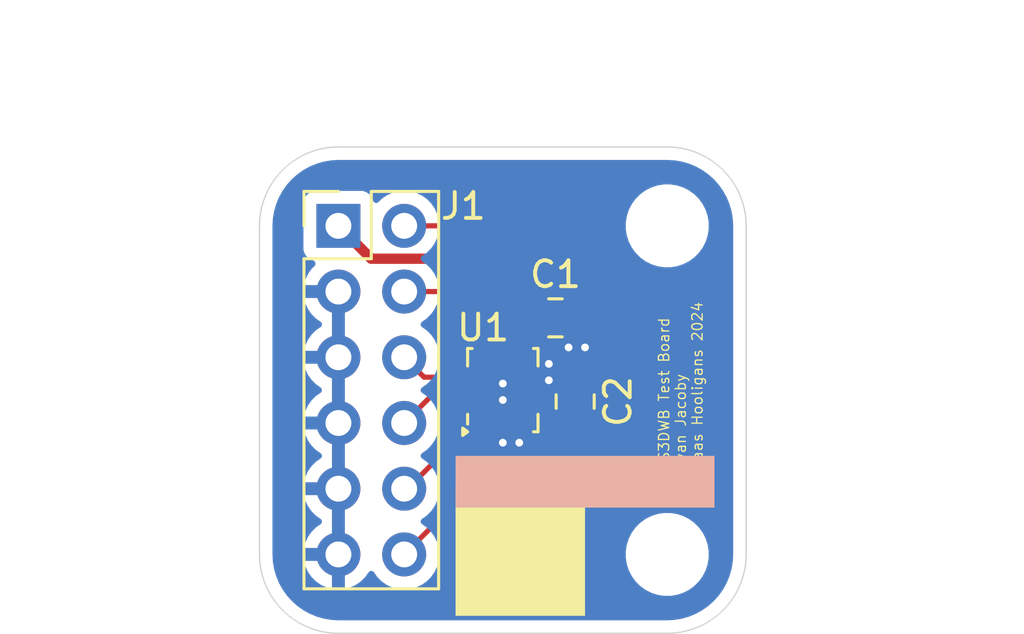
<source format=kicad_pcb>
(kicad_pcb (version 20240108) (generator "pcbnew") (generator_version "8.0")
  (layers (0 "F.Cu" signal) (31 "B.Cu" signal) (34 "B.Paste" user) (35 "F.Paste" user) (36 "B.SilkS" user "B.Silkscreen") (37 "F.SilkS" user "F.Silkscreen") (38 "B.Mask" user) (39 "F.Mask" user) (44 "Edge.Cuts" user))
  (net 0 "")
  (net 1 "GND")
  (net 2 "+3V3")
  (net 3 "SCK")
  (net 4 "SDI")
  (net 5 "INT1")
  (net 6 "SDO")
  (net 7 "INT2")
  (net 8 "CS")
  (footprint "MountingHole:MountingHole_2.7mm_M2.5" (layer "F.Cu") (at 160.02 101.6)
    (property "Reference" "H2" (hide yes))
    (property "Value" "MountingHole")
    (pad "" np_thru_hole circle (at 0 0) (size 2.7 2.7) (drill 2.7) (layers "*.Cu" "*.Mask"))
  )
  (footprint "MountingHole:MountingHole_2.7mm_M2.5" (layer "F.Cu") (at 160.02 88.9)
    (property "Reference" "H1" (hide yes))
    (property "Value" "MountingHole")
    (pad "" np_thru_hole circle (at 0 0) (size 2.7 2.7) (drill 2.7) (layers "*.Cu" "*.Mask"))
  )
  (footprint "Package_LGA:LGA-14_3x2.5mm_P0.5mm_LayoutBorder3x4y" (layer "F.Cu") (at 153.67 95.25 90)
    (property "Reference" "U1" (at 2.413 -0.762 180) (layer "F.SilkS"))
    (property "Value" "IIS3DWB")
    (fp_line (start 1.61 -1.36) (end 1.61 -1.185) (stroke (width 0.12)) (layer "F.SilkS"))
    (fp_line (start 0.935 -1.36) (end 1.61 -1.36) (stroke (width 0.12)) (layer "F.SilkS"))
    (fp_line (start -0.935 -1.36) (end -1.31 -1.36) (stroke (width 0.12)) (layer "F.SilkS"))
    (fp_line (start 1.61 1.36) (end 1.61 1.185) (stroke (width 0.12)) (layer "F.SilkS"))
    (fp_line (start 0.935 1.36) (end 1.61 1.36) (stroke (width 0.12)) (layer "F.SilkS"))
    (fp_line (start -0.935 1.36) (end -1.61 1.36) (stroke (width 0.12)) (layer "F.SilkS"))
    (fp_line (start -1.61 1.36) (end -1.61 1.185) (stroke (width 0.12)) (layer "F.SilkS"))
    (fp_poly (pts (xy -1.61 -1.36) (xy -1.75 -1.55) (xy -1.47 -1.55) (xy -1.61 -1.36)) (stroke (width 0.12)) (fill solid) (layer "F.SilkS"))
    (pad "1" smd roundrect (at -1.1625 -0.75 90) (size 0.625 0.35) (layers "F.Cu" "F.Paste" "F.Mask") (net 6 "SDO"))
    (pad "2" smd roundrect (at -1.1625 -0.25 90) (size 0.625 0.35) (layers "F.Cu" "F.Paste" "F.Mask") (net 1 "GND"))
    (pad "3" smd roundrect (at -1.1625 0.25 90) (size 0.625 0.35) (layers "F.Cu" "F.Paste" "F.Mask") (net 1 "GND"))
    (pad "4" smd roundrect (at -1.1625 0.75 90) (size 0.625 0.35) (layers "F.Cu" "F.Paste" "F.Mask") (net 5 "INT1"))
    (pad "5" smd roundrect (at -0.5 0.9125 90) (size 0.35 0.625) (layers "F.Cu" "F.Paste" "F.Mask") (net 2 "+3V3"))
    (pad "6" smd roundrect (at 0 0.9125 90) (size 0.35 0.625) (layers "F.Cu" "F.Paste" "F.Mask") (net 1 "GND"))
    (pad "7" smd roundrect (at 0.5 0.9125 90) (size 0.35 0.625) (layers "F.Cu" "F.Paste" "F.Mask") (net 1 "GND"))
    (pad "8" smd roundrect (at 1.1625 0.75 90) (size 0.625 0.35) (layers "F.Cu" "F.Paste" "F.Mask") (net 2 "+3V3"))
    (pad "9" smd roundrect (at 1.1625 0.25 90) (size 0.625 0.35) (layers "F.Cu" "F.Paste" "F.Mask") (net 7 "INT2"))
    (pad "10" smd roundrect (at 1.1625 -0.25 90) (size 0.625 0.35) (layers "F.Cu" "F.Paste" "F.Mask"))
    (pad "11" smd roundrect (at 1.1625 -0.75 90) (size 0.625 0.35) (layers "F.Cu" "F.Paste" "F.Mask"))
    (pad "12" smd roundrect (at 0.5 -0.9125 90) (size 0.35 0.625) (layers "F.Cu" "F.Paste" "F.Mask") (net 8 "CS"))
    (pad "13" smd roundrect (at 0 -0.9125 90) (size 0.35 0.625) (layers "F.Cu" "F.Paste" "F.Mask") (net 3 "SCK"))
    (pad "14" smd roundrect (at -0.5 -0.9125 90) (size 0.35 0.625) (layers "F.Cu" "F.Paste" "F.Mask") (net 4 "SDI"))
  )
  (footprint "Capacitor_SMD:C_0805_2012Metric" (layer "F.Cu") (at 156.464 95.692 90)
    (property "Reference" "C2" (at 0 1.651 90) (layer "F.SilkS"))
    (property "Value" "100n")
    (fp_line (start -0.261252 -0.735) (end 0.261252 -0.735) (stroke (width 0.12)) (layer "F.SilkS"))
    (fp_line (start -0.261252 0.735) (end 0.261252 0.735) (stroke (width 0.12)) (layer "F.SilkS"))
    (pad "1" smd roundrect (at -0.95 0 90) (size 1 1.45) (layers "F.Cu" "F.Paste" "F.Mask") (net 2 "+3V3"))
    (pad "2" smd roundrect (at 0.95 0 90) (size 1 1.45) (layers "F.Cu" "F.Paste" "F.Mask") (net 1 "GND"))
  )
  (footprint "Capacitor_SMD:C_0805_2012Metric" (layer "F.Cu") (at 155.702 92.456)
    (property "Reference" "C1" (at 0 -1.68 0) (layer "F.SilkS"))
    (property "Value" "100n")
    (fp_line (start -0.261252 -0.735) (end 0.261252 -0.735) (stroke (width 0.12)) (layer "F.SilkS"))
    (fp_line (start -0.261252 0.735) (end 0.261252 0.735) (stroke (width 0.12)) (layer "F.SilkS"))
    (pad "1" smd roundrect (at -0.95 0) (size 1 1.45) (layers "F.Cu" "F.Paste" "F.Mask") (net 2 "+3V3"))
    (pad "2" smd roundrect (at 0.95 0) (size 1 1.45) (layers "F.Cu" "F.Paste" "F.Mask") (net 1 "GND"))
  )
  (footprint "Connector_PinHeader_2.54mm:PinHeader_2x06_P2.54mm_Vertical" (layer "F.Cu") (at 147.32 88.9)
    (property "Reference" "J1" (at 4.826 -0.762 0) (layer "F.SilkS"))
    (property "Value" "2.45mm Pin header" (hide yes))
    (fp_line (start -1.33 -1.33) (end 0 -1.33) (stroke (width 0.12)) (layer "F.SilkS"))
    (fp_line (start -1.33 0) (end -1.33 -1.33) (stroke (width 0.12)) (layer "F.SilkS"))
    (fp_line (start -1.33 1.27) (end -1.33 14.03) (stroke (width 0.12)) (layer "F.SilkS"))
    (fp_line (start -1.33 1.27) (end 1.27 1.27) (stroke (width 0.12)) (layer "F.SilkS"))
    (fp_line (start -1.33 14.03) (end 3.87 14.03) (stroke (width 0.12)) (layer "F.SilkS"))
    (fp_line (start 1.27 -1.33) (end 3.87 -1.33) (stroke (width 0.12)) (layer "F.SilkS"))
    (fp_line (start 1.27 1.27) (end 1.27 -1.33) (stroke (width 0.12)) (layer "F.SilkS"))
    (fp_line (start 3.87 -1.33) (end 3.87 14.03) (stroke (width 0.12)) (layer "F.SilkS"))
    (pad "1" thru_hole rect (at 0 0) (size 1.7 1.7) (drill 1) (layers "*.Cu" "*.Mask") (net 2 "+3V3"))
    (pad "2" thru_hole oval (at 2.54 0) (size 1.7 1.7) (drill 1) (layers "*.Cu" "*.Mask") (net 5 "INT1"))
    (pad "3" thru_hole oval (at 0 2.54) (size 1.7 1.7) (drill 1) (layers "*.Cu" "*.Mask") (net 1 "GND"))
    (pad "4" thru_hole oval (at 2.54 2.54) (size 1.7 1.7) (drill 1) (layers "*.Cu" "*.Mask") (net 7 "INT2"))
    (pad "5" thru_hole oval (at 0 5.08) (size 1.7 1.7) (drill 1) (layers "*.Cu" "*.Mask") (net 1 "GND"))
    (pad "6" thru_hole oval (at 2.54 5.08) (size 1.7 1.7) (drill 1) (layers "*.Cu" "*.Mask") (net 8 "CS"))
    (pad "7" thru_hole oval (at 0 7.62) (size 1.7 1.7) (drill 1) (layers "*.Cu" "*.Mask") (net 1 "GND"))
    (pad "8" thru_hole oval (at 2.54 7.62) (size 1.7 1.7) (drill 1) (layers "*.Cu" "*.Mask") (net 3 "SCK"))
    (pad "9" thru_hole oval (at 0 10.16) (size 1.7 1.7) (drill 1) (layers "*.Cu" "*.Mask") (net 1 "GND"))
    (pad "10" thru_hole oval (at 2.54 10.16) (size 1.7 1.7) (drill 1) (layers "*.Cu" "*.Mask") (net 4 "SDI"))
    (pad "11" thru_hole oval (at 0 12.7) (size 1.7 1.7) (drill 1) (layers "*.Cu" "*.Mask") (net 1 "GND"))
    (pad "12" thru_hole oval (at 2.54 12.7) (size 1.7 1.7) (drill 1) (layers "*.Cu" "*.Mask") (net 6 "SDO"))
  )
  (gr_poly (pts (xy 154.305 94.361) (xy 154.305 91.44) (xy 155.575 91.44) (xy 155.575 93.472) (xy 154.559 93.853) (xy 154.559 94.361)) (stroke (width 0.2)) (fill solid) (layer "F.Cu") (net 2))
  (gr_poly (pts (xy 154.305 95.631) (xy 157.099 95.631) (xy 157.099 97.028) (xy 155.829 97.028) (xy 155.194 95.885) (xy 154.305 95.885)) (stroke (width 0.2)) (fill solid) (layer "F.Cu") (net 2))
  (gr_poly (pts (xy 153.416 94.742) (xy 153.416 97.536) (xy 154.559 97.536) (xy 154.559 97.028) (xy 153.924 97.028) (xy 153.924 95.25) (xy 157.099 95.25) (xy 157.099 91.821) (xy 155.956 91.821) (xy 155.956 93.726) (xy 154.94 94.107) (xy 154.94 94.742)) (stroke (width 0.2)) (fill solid) (layer "F.Cu") (net 1))
  (gr_rect (start 151.845 97.79) (end 161.845 99.79) (fill solid) (layer "B.SilkS"))
  (gr_rect (start 151.845 98.973) (end 156.845 103.973) (fill solid) (layer "F.SilkS"))
  (gr_line (start 163.068 101.6) (end 163.068 88.9) (stroke (width 0.05)) (layer "Edge.Cuts"))
  (gr_arc (start 144.272 88.9) (mid 145.164739 86.744739) (end 147.32 85.852) (stroke (width 0.05)) (layer "Edge.Cuts"))
  (gr_arc (start 147.32 104.648) (mid 145.164739 103.755261) (end 144.272 101.6) (stroke (width 0.05)) (layer "Edge.Cuts"))
  (gr_line (start 160.02 85.852) (end 147.32 85.852) (stroke (width 0.05)) (layer "Edge.Cuts"))
  (gr_arc (start 160.02 85.852) (mid 162.175261 86.744739) (end 163.068 88.9) (stroke (width 0.05)) (layer "Edge.Cuts"))
  (gr_line (start 160.02 104.648) (end 147.32 104.648) (stroke (width 0.05)) (layer "Edge.Cuts"))
  (gr_line (start 144.272 88.9) (end 144.272 101.6) (stroke (width 0.05)) (layer "Edge.Cuts"))
  (gr_arc (start 163.068 101.6) (mid 162.175261 103.755261) (end 160.02 104.648) (stroke (width 0.05)) (layer "Edge.Cuts"))
  (gr_text "IIS3DWB Test Board\nRyan Jacoby\nHaas Hooligans 2024" (at 161.417 98.425 90) (layer "F.SilkS") (effects (font (size 0.4 0.4) (thickness 0.05)) (justify left bottom)))
  (via (at 155.448 94.234) (size 0.6) (drill 0.3) (layers "F.Cu" "B.Cu") (net 1))
  (via (at 153.67 97.282) (size 0.6) (drill 0.3) (layers "F.Cu" "B.Cu") (net 1))
  (via (at 156.21 93.599) (size 0.6) (drill 0.3) (layers "F.Cu" "B.Cu") (net 1))
  (via (at 153.67 94.996) (size 0.6) (drill 0.3) (layers "F.Cu" "B.Cu") (net 1))
  (via (at 156.845 93.599) (size 0.6) (drill 0.3) (layers "F.Cu" "B.Cu") (net 1))
  (via (at 154.305 97.282) (size 0.6) (drill 0.3) (layers "F.Cu" "B.Cu") (net 1))
  (via (at 155.448 94.869) (size 0.6) (drill 0.3) (layers "F.Cu" "B.Cu") (net 1))
  (via (at 153.67 95.631) (size 0.6) (drill 0.3) (layers "F.Cu" "B.Cu") (net 1))
  (segment (start 147.32 88.9) (end 148.59 90.17) (width 0.4) (layer "F.Cu") (net 2))
  (segment (start 157.306107 91.321) (end 157.599 91.613893) (width 0.4) (layer "F.Cu") (net 2))
  (segment (start 148.59 90.17) (end 153.035 90.17) (width 0.4) (layer "F.Cu") (net 2))
  (segment (start 157.599 95.507) (end 156.464 96.642) (width 0.4) (layer "F.Cu") (net 2))
  (segment (start 157.599 91.613893) (end 157.599 95.507) (width 0.4) (layer "F.Cu") (net 2))
  (segment (start 153.035 90.17) (end 154.186 91.321) (width 0.4) (layer "F.Cu") (net 2))
  (segment (start 154.186 91.321) (end 157.306107 91.321) (width 0.4) (layer "F.Cu") (net 2))
  (segment (start 151.146 95.25) (end 151.13 95.25) (width 0.2) (layer "F.Cu") (net 3))
  (segment (start 151.246 95.25) (end 151.146 95.25) (width 0.2) (layer "F.Cu") (net 3))
  (segment (start 152.7575 95.25) (end 152.146 95.25) (width 0.2) (layer "F.Cu") (net 3))
  (segment (start 151.746 96.63) (end 151.646 96.63) (width 0.2) (layer "F.Cu") (net 3))
  (segment (start 151.946 95.45) (end 151.946 96.43) (width 0.2) (layer "F.Cu") (net 3))
  (segment (start 150.749 95.631) (end 149.86 96.52) (width 0.2) (layer "F.Cu") (net 3))
  (segment (start 151.446 96.43) (end 151.446 95.45) (width 0.2) (layer "F.Cu") (net 3))
  (segment (start 151.13 95.25) (end 150.749 95.631) (width 0.2) (layer "F.Cu") (net 3))
  (arc (start 151.946 96.43) (mid 151.887421 96.571421) (end 151.746 96.63) (width 0.2) (layer "F.Cu") (net 3))
  (arc (start 152.146 95.25) (mid 152.004579 95.308579) (end 151.946 95.45) (width 0.2) (layer "F.Cu") (net 3))
  (arc (start 151.446 95.45) (mid 151.387421 95.308579) (end 151.246 95.25) (width 0.2) (layer "F.Cu") (net 3))
  (arc (start 151.646 96.63) (mid 151.504579 96.571421) (end 151.446 96.43) (width 0.2) (layer "F.Cu") (net 3))
  (segment (start 152.445 96.602) (end 151.7015 97.3455) (width 0.2) (layer "F.Cu") (net 4))
  (segment (start 152.719568 95.75) (end 152.445 96.024568) (width 0.2) (layer "F.Cu") (net 4))
  (segment (start 151.943331 98.399092) (end 151.411587 97.867348) (width 0.2) (layer "F.Cu") (net 4))
  (segment (start 151.7015 97.577432) (end 152.233245 98.109177) (width 0.2) (layer "F.Cu") (net 4))
  (segment (start 151.121672 97.925329) (end 150.976383 98.070617) (width 0.2) (layer "F.Cu") (net 4))
  (segment (start 149.987 99.06) (end 149.86 99.06) (width 0.2) (layer "F.Cu") (net 4))
  (segment (start 152.445 96.024568) (end 152.445 96.602) (width 0.2) (layer "F.Cu") (net 4))
  (segment (start 151.179657 97.867347) (end 151.121672 97.925329) (width 0.2) (layer "F.Cu") (net 4))
  (segment (start 152.233244 98.341109) (end 152.175263 98.399091) (width 0.2) (layer "F.Cu") (net 4))
  (segment (start 150.976383 98.070617) (end 149.987 99.06) (width 0.2) (layer "F.Cu") (net 4))
  (segment (start 152.7575 95.75) (end 152.719568 95.75) (width 0.2) (layer "F.Cu") (net 4))
  (arc (start 151.7015 97.3455) (mid 151.653464 97.461467) (end 151.7015 97.577432) (width 0.2) (layer "F.Cu") (net 4))
  (arc (start 152.175263 98.399091) (mid 152.059297 98.447126) (end 151.943331 98.399092) (width 0.2) (layer "F.Cu") (net 4))
  (arc (start 151.411587 97.867348) (mid 151.295621 97.819314) (end 151.179657 97.867347) (width 0.2) (layer "F.Cu") (net 4))
  (arc (start 152.233245 98.109177) (mid 152.28128 98.225142) (end 152.233244 98.341109) (width 0.2) (layer "F.Cu") (net 4))
  (segment (start 155.592214 88.9) (end 149.86 88.9) (width 0.2) (layer "F.Cu") (net 5))
  (segment (start 155.4495 97.442) (end 157.32 97.442) (width 0.2) (layer "F.Cu") (net 5))
  (segment (start 154.42 96.4125) (end 155.4495 97.442) (width 0.2) (layer "F.Cu") (net 5))
  (segment (start 157.32 97.442) (end 158.099 96.663) (width 0.2) (layer "F.Cu") (net 5))
  (segment (start 158.099 91.406786) (end 155.592214 88.9) (width 0.2) (layer "F.Cu") (net 5))
  (segment (start 158.099 96.663) (end 158.099 91.406786) (width 0.2) (layer "F.Cu") (net 5))
  (segment (start 149.86 101.6) (end 152.92 98.54) (width 0.2) (layer "F.Cu") (net 6))
  (segment (start 152.92 98.54) (end 152.92 96.4125) (width 0.2) (layer "F.Cu") (net 6))
  (segment (start 153.92 94.0875) (end 153.92 93.724568) (width 0.2) (layer "F.Cu") (net 7))
  (segment (start 153.92 93.724568) (end 151.635432 91.44) (width 0.2) (layer "F.Cu") (net 7))
  (segment (start 151.635432 91.44) (end 149.86 91.44) (width 0.2) (layer "F.Cu") (net 7))
  (segment (start 152.7575 94.75) (end 150.63 94.75) (width 0.2) (layer "F.Cu") (net 8))
  (segment (start 150.63 94.75) (end 149.86 93.98) (width 0.2) (layer "F.Cu") (net 8))
  (zone (net 1) (net_name "GND") (layer "B.Cu") (connect_pads (clearance 0.5)) (min_thickness 0.25) (fill yes (thermal_gap 0.5) (thermal_bridge_width 0.5))
    (polygon (pts (xy 144.272 85.852) (xy 163.068 85.852) (xy 163.068 104.648) (xy 144.272 104.648)))
  )
)
</source>
